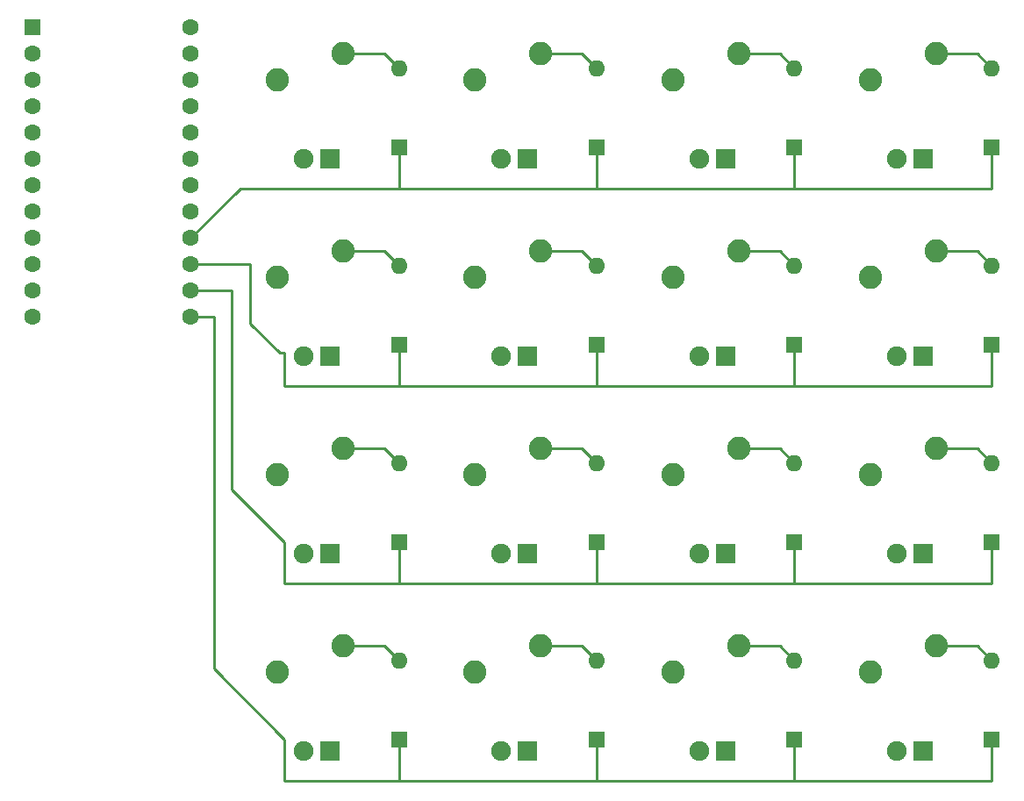
<source format=gbl>
G04 #@! TF.GenerationSoftware,KiCad,Pcbnew,(5.1.4)-1*
G04 #@! TF.CreationDate,2021-04-02T02:31:54+02:00*
G04 #@! TF.ProjectId,pcb-test,7063622d-7465-4737-942e-6b696361645f,rev?*
G04 #@! TF.SameCoordinates,Original*
G04 #@! TF.FileFunction,Copper,L2,Bot*
G04 #@! TF.FilePolarity,Positive*
%FSLAX46Y46*%
G04 Gerber Fmt 4.6, Leading zero omitted, Abs format (unit mm)*
G04 Created by KiCad (PCBNEW (5.1.4)-1) date 2021-04-02 02:31:54*
%MOMM*%
%LPD*%
G04 APERTURE LIST*
%ADD10R,1.905000X1.905000*%
%ADD11C,1.905000*%
%ADD12C,2.250000*%
%ADD13C,1.600000*%
%ADD14R,1.600000X1.600000*%
%ADD15O,1.600000X1.600000*%
%ADD16C,0.250000*%
G04 APERTURE END LIST*
D10*
X194945000Y-90805000D03*
D11*
X192405000Y-90805000D03*
D12*
X189865000Y-83185000D03*
X196215000Y-80645000D03*
D10*
X194945000Y-147955000D03*
D11*
X192405000Y-147955000D03*
D12*
X189865000Y-140335000D03*
X196215000Y-137795000D03*
D10*
X137763250Y-90773250D03*
D11*
X135223250Y-90773250D03*
D12*
X132683250Y-83153250D03*
X139033250Y-80613250D03*
D10*
X194945000Y-109855000D03*
D11*
X192405000Y-109855000D03*
D12*
X189865000Y-102235000D03*
X196215000Y-99695000D03*
D13*
X124301250Y-78105000D03*
X124301250Y-80645000D03*
X124301250Y-83185000D03*
X124301250Y-85725000D03*
X124301250Y-88265000D03*
X124301250Y-90805000D03*
X124301250Y-93345000D03*
X124301250Y-95885000D03*
X124301250Y-98425000D03*
X124301250Y-100965000D03*
X124301250Y-103505000D03*
X124301250Y-106045000D03*
X109061250Y-106045000D03*
X109061250Y-103505000D03*
X109061250Y-100965000D03*
X109061250Y-98425000D03*
X109061250Y-95885000D03*
X109061250Y-93345000D03*
X109061250Y-90805000D03*
X109061250Y-88265000D03*
X109061250Y-85725000D03*
X109061250Y-83185000D03*
X109061250Y-80645000D03*
D14*
X109061250Y-78105000D03*
D10*
X194945000Y-128905000D03*
D11*
X192405000Y-128905000D03*
D12*
X189865000Y-121285000D03*
X196215000Y-118745000D03*
D10*
X175895000Y-147955000D03*
D11*
X173355000Y-147955000D03*
D12*
X170815000Y-140335000D03*
X177165000Y-137795000D03*
D10*
X175895000Y-128905000D03*
D11*
X173355000Y-128905000D03*
D12*
X170815000Y-121285000D03*
X177165000Y-118745000D03*
D10*
X175895000Y-109855000D03*
D11*
X173355000Y-109855000D03*
D12*
X170815000Y-102235000D03*
X177165000Y-99695000D03*
D10*
X175895000Y-90805000D03*
D11*
X173355000Y-90805000D03*
D12*
X170815000Y-83185000D03*
X177165000Y-80645000D03*
D10*
X156813250Y-147923250D03*
D11*
X154273250Y-147923250D03*
D12*
X151733250Y-140303250D03*
X158083250Y-137763250D03*
D10*
X156813250Y-128873250D03*
D11*
X154273250Y-128873250D03*
D12*
X151733250Y-121253250D03*
X158083250Y-118713250D03*
D10*
X156813250Y-109823250D03*
D11*
X154273250Y-109823250D03*
D12*
X151733250Y-102203250D03*
X158083250Y-99663250D03*
D10*
X156813250Y-90773250D03*
D11*
X154273250Y-90773250D03*
D12*
X151733250Y-83153250D03*
X158083250Y-80613250D03*
D10*
X137763250Y-147923250D03*
D11*
X135223250Y-147923250D03*
D12*
X132683250Y-140303250D03*
X139033250Y-137763250D03*
D10*
X137763250Y-128873250D03*
D11*
X135223250Y-128873250D03*
D12*
X132683250Y-121253250D03*
X139033250Y-118713250D03*
D10*
X137763250Y-109823250D03*
D11*
X135223250Y-109823250D03*
D12*
X132683250Y-102203250D03*
X139033250Y-99663250D03*
D15*
X201612500Y-139223750D03*
D14*
X201612500Y-146843750D03*
D15*
X201612500Y-120173750D03*
D14*
X201612500Y-127793750D03*
D15*
X201612500Y-101123750D03*
D14*
X201612500Y-108743750D03*
D15*
X201612500Y-82073750D03*
D14*
X201612500Y-89693750D03*
D15*
X182562500Y-139223750D03*
D14*
X182562500Y-146843750D03*
D15*
X182562500Y-120173750D03*
D14*
X182562500Y-127793750D03*
D15*
X182562500Y-101123750D03*
D14*
X182562500Y-108743750D03*
D15*
X182562500Y-82073750D03*
D14*
X182562500Y-89693750D03*
D15*
X163512500Y-139223750D03*
D14*
X163512500Y-146843750D03*
D15*
X163512500Y-120173750D03*
D14*
X163512500Y-127793750D03*
D15*
X163512500Y-101123750D03*
D14*
X163512500Y-108743750D03*
D15*
X163512500Y-82073750D03*
D14*
X163512500Y-89693750D03*
D15*
X144462500Y-139223750D03*
D14*
X144462500Y-146843750D03*
D15*
X144462500Y-120173750D03*
D14*
X144462500Y-127793750D03*
D15*
X144462500Y-101123750D03*
D14*
X144462500Y-108743750D03*
D15*
X144462500Y-82073750D03*
D14*
X144462500Y-89693750D03*
D16*
X143002000Y-80613250D02*
X144462500Y-82073750D01*
X139033250Y-80613250D02*
X143002000Y-80613250D01*
X201612500Y-89693750D02*
X201612500Y-93662500D01*
X201612500Y-93662500D02*
X182562500Y-93662500D01*
X182562500Y-93662500D02*
X182562500Y-89693750D01*
X182562500Y-93662500D02*
X163512500Y-93662500D01*
X144462500Y-89693750D02*
X144462500Y-93662500D01*
X144462500Y-93662500D02*
X163512500Y-93662500D01*
X163512500Y-93662500D02*
X163512500Y-90487500D01*
X163512500Y-89693750D02*
X163512500Y-90487500D01*
X129063750Y-93662500D02*
X124301250Y-98425000D01*
X144462500Y-93662500D02*
X129063750Y-93662500D01*
X143002000Y-99663250D02*
X144462500Y-101123750D01*
X139033250Y-99663250D02*
X143002000Y-99663250D01*
X201612500Y-108743750D02*
X201612500Y-112712500D01*
X201612500Y-112712500D02*
X182562500Y-112712500D01*
X182562500Y-108743750D02*
X182562500Y-112712500D01*
X182562500Y-112712500D02*
X163512500Y-112712500D01*
X163512500Y-108743750D02*
X163512500Y-112712500D01*
X163512500Y-108743750D02*
X163512500Y-109793750D01*
X163512500Y-109793750D02*
X163512500Y-112712500D01*
X163512500Y-112712500D02*
X144462500Y-112712500D01*
X144462500Y-112712500D02*
X144462500Y-108743750D01*
X133350000Y-112712500D02*
X144462500Y-112712500D01*
X132873750Y-109537500D02*
X133350000Y-109537500D01*
X130016250Y-106680000D02*
X132873750Y-109537500D01*
X133350000Y-109537500D02*
X133350000Y-112712500D01*
X124301250Y-100965000D02*
X130016250Y-100965000D01*
X130016250Y-100965000D02*
X130016250Y-106680000D01*
X143002000Y-118713250D02*
X144462500Y-120173750D01*
X139033250Y-118713250D02*
X143002000Y-118713250D01*
X201612500Y-127793750D02*
X201612500Y-131762500D01*
X201612500Y-131762500D02*
X182562500Y-131762500D01*
X182562500Y-131762500D02*
X182562500Y-127793750D01*
X182562500Y-131762500D02*
X163512500Y-131762500D01*
X163512500Y-131762500D02*
X163512500Y-127793750D01*
X163512500Y-131762500D02*
X144462500Y-131762500D01*
X144462500Y-131762500D02*
X144462500Y-127793750D01*
X133350000Y-131762500D02*
X144462500Y-131762500D01*
X133350000Y-127793750D02*
X133350000Y-131762500D01*
X128270000Y-122713750D02*
X133350000Y-127793750D01*
X124301250Y-103505000D02*
X128270000Y-103505000D01*
X128270000Y-103505000D02*
X128270000Y-122713750D01*
X143002000Y-137763250D02*
X144462500Y-139223750D01*
X139033250Y-137763250D02*
X143002000Y-137763250D01*
X201612500Y-146843750D02*
X201612500Y-150812500D01*
X201612500Y-150812500D02*
X182562500Y-150812500D01*
X182562500Y-146843750D02*
X182562500Y-150812500D01*
X182562500Y-150812500D02*
X163512500Y-150812500D01*
X163512500Y-150812500D02*
X163512500Y-146843750D01*
X163512500Y-150812500D02*
X144462500Y-150812500D01*
X144462500Y-150812500D02*
X144462500Y-146843750D01*
X133350000Y-150812500D02*
X144462500Y-150812500D01*
X133350000Y-146843750D02*
X133350000Y-150812500D01*
X126523750Y-140017500D02*
X133350000Y-146843750D01*
X124301250Y-106045000D02*
X126523750Y-106045000D01*
X126523750Y-106045000D02*
X126523750Y-140017500D01*
X162052000Y-80613250D02*
X163512500Y-82073750D01*
X158083250Y-80613250D02*
X162052000Y-80613250D01*
X162052000Y-99663250D02*
X163512500Y-101123750D01*
X158083250Y-99663250D02*
X162052000Y-99663250D01*
X162052000Y-118713250D02*
X163512500Y-120173750D01*
X158083250Y-118713250D02*
X162052000Y-118713250D01*
X162052000Y-137763250D02*
X163512500Y-139223750D01*
X158083250Y-137763250D02*
X162052000Y-137763250D01*
X181133750Y-80645000D02*
X182562500Y-82073750D01*
X177165000Y-80645000D02*
X181133750Y-80645000D01*
X181133750Y-99695000D02*
X182562500Y-101123750D01*
X177165000Y-99695000D02*
X181133750Y-99695000D01*
X181133750Y-118745000D02*
X182562500Y-120173750D01*
X177165000Y-118745000D02*
X181133750Y-118745000D01*
X181133750Y-137795000D02*
X182562500Y-139223750D01*
X177165000Y-137795000D02*
X181133750Y-137795000D01*
X200183750Y-80645000D02*
X201612500Y-82073750D01*
X196215000Y-80645000D02*
X200183750Y-80645000D01*
X200183750Y-99695000D02*
X201612500Y-101123750D01*
X196215000Y-99695000D02*
X200183750Y-99695000D01*
X200183750Y-118745000D02*
X201612500Y-120173750D01*
X196215000Y-118745000D02*
X200183750Y-118745000D01*
X200183750Y-137795000D02*
X201612500Y-139223750D01*
X196215000Y-137795000D02*
X200183750Y-137795000D01*
M02*

</source>
